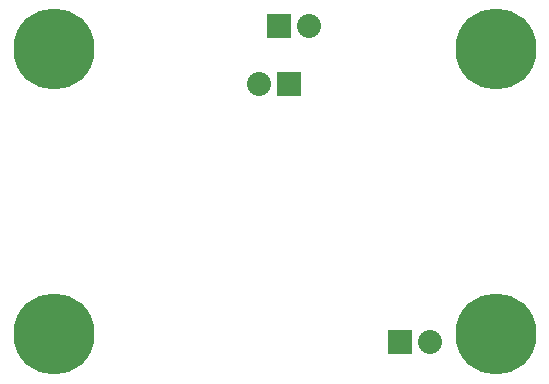
<source format=gbs>
G04 (created by PCBNEW-RS274X (2012-01-19 BZR 3256)-stable) date 11/7/2012 4:35:35 PM*
G01*
G70*
G90*
%MOIN*%
G04 Gerber Fmt 3.4, Leading zero omitted, Abs format*
%FSLAX34Y34*%
G04 APERTURE LIST*
%ADD10C,0.006000*%
%ADD11C,0.270000*%
%ADD12R,0.080000X0.080000*%
%ADD13C,0.080000*%
G04 APERTURE END LIST*
G54D10*
G54D11*
X73250Y-43500D03*
X73250Y-34000D03*
X58500Y-43500D03*
X58500Y-34000D03*
G54D12*
X66000Y-33225D03*
G54D13*
X67000Y-33225D03*
G54D12*
X66350Y-35170D03*
G54D13*
X65350Y-35170D03*
G54D12*
X70060Y-43770D03*
G54D13*
X71060Y-43770D03*
M02*

</source>
